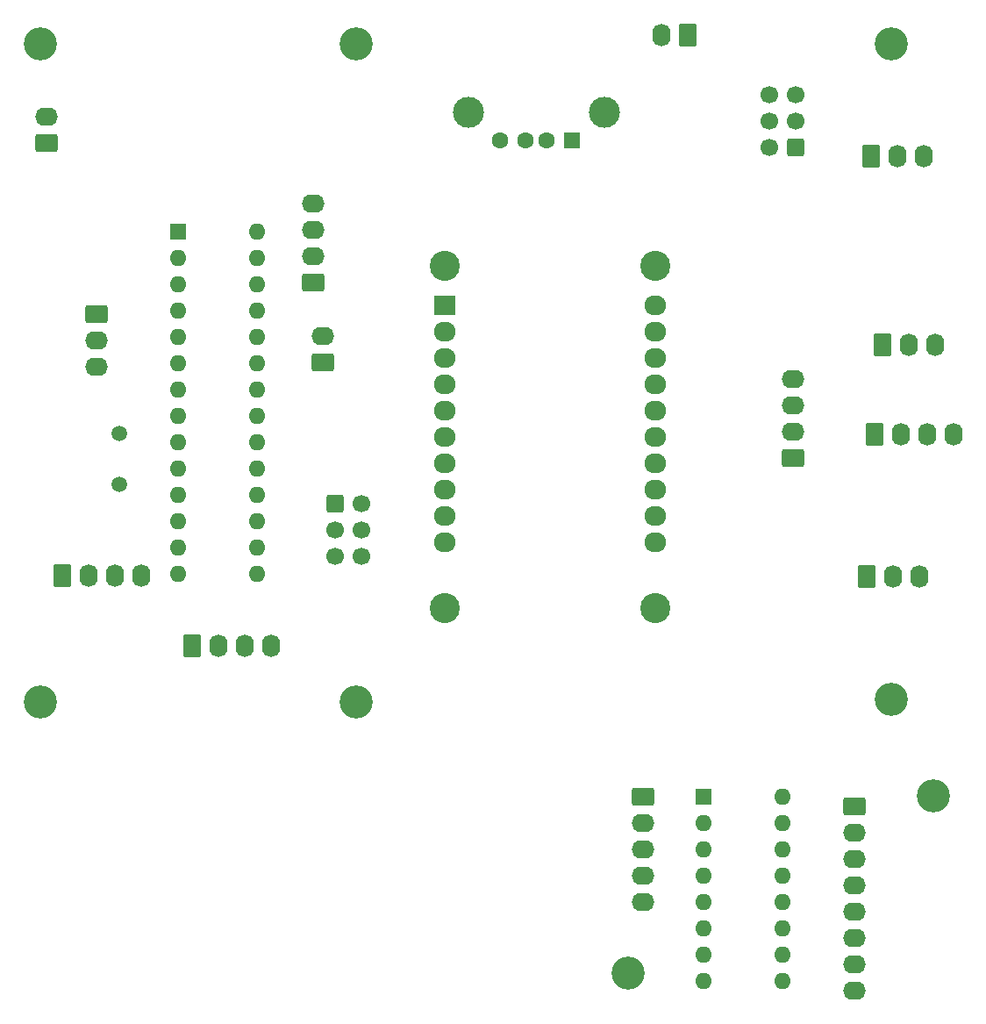
<source format=gbs>
%TF.GenerationSoftware,KiCad,Pcbnew,(6.0.1)*%
%TF.CreationDate,2022-03-10T19:24:07-06:00*%
%TF.ProjectId,arliang2_good2go,61726c69-616e-4673-925f-676f6f643267,rev?*%
%TF.SameCoordinates,Original*%
%TF.FileFunction,Soldermask,Bot*%
%TF.FilePolarity,Negative*%
%FSLAX46Y46*%
G04 Gerber Fmt 4.6, Leading zero omitted, Abs format (unit mm)*
G04 Created by KiCad (PCBNEW (6.0.1)) date 2022-03-10 19:24:07*
%MOMM*%
%LPD*%
G01*
G04 APERTURE LIST*
G04 Aperture macros list*
%AMRoundRect*
0 Rectangle with rounded corners*
0 $1 Rounding radius*
0 $2 $3 $4 $5 $6 $7 $8 $9 X,Y pos of 4 corners*
0 Add a 4 corners polygon primitive as box body*
4,1,4,$2,$3,$4,$5,$6,$7,$8,$9,$2,$3,0*
0 Add four circle primitives for the rounded corners*
1,1,$1+$1,$2,$3*
1,1,$1+$1,$4,$5*
1,1,$1+$1,$6,$7*
1,1,$1+$1,$8,$9*
0 Add four rect primitives between the rounded corners*
20,1,$1+$1,$2,$3,$4,$5,0*
20,1,$1+$1,$4,$5,$6,$7,0*
20,1,$1+$1,$6,$7,$8,$9,0*
20,1,$1+$1,$8,$9,$2,$3,0*%
G04 Aperture macros list end*
%ADD10RoundRect,0.250000X-0.620000X-0.845000X0.620000X-0.845000X0.620000X0.845000X-0.620000X0.845000X0*%
%ADD11O,1.740000X2.190000*%
%ADD12C,1.500000*%
%ADD13C,3.200000*%
%ADD14C,2.900000*%
%ADD15R,2.100000X1.900000*%
%ADD16O,2.100000X1.900000*%
%ADD17R,1.600000X1.600000*%
%ADD18O,1.600000X1.600000*%
%ADD19RoundRect,0.250000X0.620000X0.845000X-0.620000X0.845000X-0.620000X-0.845000X0.620000X-0.845000X0*%
%ADD20RoundRect,0.250000X0.600000X0.600000X-0.600000X0.600000X-0.600000X-0.600000X0.600000X-0.600000X0*%
%ADD21C,1.700000*%
%ADD22RoundRect,0.250000X0.845000X-0.620000X0.845000X0.620000X-0.845000X0.620000X-0.845000X-0.620000X0*%
%ADD23O,2.190000X1.740000*%
%ADD24C,1.600000*%
%ADD25C,3.000000*%
%ADD26RoundRect,0.250000X-0.600000X-0.600000X0.600000X-0.600000X0.600000X0.600000X-0.600000X0.600000X0*%
%ADD27RoundRect,0.250000X-0.845000X0.620000X-0.845000X-0.620000X0.845000X-0.620000X0.845000X0.620000X0*%
G04 APERTURE END LIST*
D10*
%TO.C,J12*%
X181930511Y-99871489D03*
D11*
X184470511Y-99871489D03*
X187010511Y-99871489D03*
%TD*%
D12*
%TO.C,Y1*%
X109728000Y-86106000D03*
X109728000Y-90986000D03*
%TD*%
D13*
%TO.C,H2*%
X102108000Y-112014000D03*
%TD*%
%TO.C,H9*%
X188341000Y-121031000D03*
%TD*%
D14*
%TO.C,A1*%
X161483511Y-102894489D03*
X141163511Y-102894489D03*
X141163511Y-69874489D03*
X161483511Y-69874489D03*
D15*
X141163511Y-73684489D03*
D16*
X141163511Y-76224489D03*
X141163511Y-78764489D03*
X141163511Y-81304489D03*
X141163511Y-83844489D03*
X141163511Y-86384489D03*
X141163511Y-88924489D03*
X141163511Y-91464489D03*
X141163511Y-94004489D03*
X141163511Y-96544489D03*
X161483511Y-96544489D03*
X161483511Y-94004489D03*
X161483511Y-91464489D03*
X161483511Y-88924489D03*
X161483511Y-86384489D03*
X161483511Y-83844489D03*
X161483511Y-81304489D03*
X161483511Y-78764489D03*
X161483511Y-76224489D03*
X161483511Y-73684489D03*
%TD*%
D17*
%TO.C,U1*%
X115417511Y-66558000D03*
D18*
X115417511Y-69098000D03*
X115417511Y-71638000D03*
X115417511Y-74178000D03*
X115417511Y-76718000D03*
X115417511Y-79258000D03*
X115417511Y-81798000D03*
X115417511Y-84338000D03*
X115417511Y-86878000D03*
X115417511Y-89418000D03*
X115417511Y-91958000D03*
X115417511Y-94498000D03*
X115417511Y-97038000D03*
X115417511Y-99578000D03*
X123037511Y-99578000D03*
X123037511Y-97038000D03*
X123037511Y-94498000D03*
X123037511Y-91958000D03*
X123037511Y-89418000D03*
X123037511Y-86878000D03*
X123037511Y-84338000D03*
X123037511Y-81798000D03*
X123037511Y-79258000D03*
X123037511Y-76718000D03*
X123037511Y-74178000D03*
X123037511Y-71638000D03*
X123037511Y-69098000D03*
X123037511Y-66558000D03*
%TD*%
D19*
%TO.C,J8*%
X164658511Y-47649489D03*
D11*
X162118511Y-47649489D03*
%TD*%
D10*
%TO.C,J2*%
X104231511Y-99822000D03*
D11*
X106771511Y-99822000D03*
X109311511Y-99822000D03*
X111851511Y-99822000D03*
%TD*%
D20*
%TO.C,J15*%
X175072511Y-58444489D03*
D21*
X172532511Y-58444489D03*
X175072511Y-55904489D03*
X172532511Y-55904489D03*
X175072511Y-53364489D03*
X172532511Y-53364489D03*
%TD*%
D13*
%TO.C,H10*%
X158893000Y-138176000D03*
%TD*%
D22*
%TO.C,J3*%
X128488511Y-71501000D03*
D23*
X128488511Y-68961000D03*
X128488511Y-66421000D03*
X128488511Y-63881000D03*
%TD*%
D13*
%TO.C,H1*%
X102108000Y-48514000D03*
%TD*%
%TO.C,H5*%
X132588000Y-48514000D03*
%TD*%
%TO.C,H3*%
X132588000Y-112014000D03*
%TD*%
D17*
%TO.C,J9*%
X153482511Y-57809489D03*
D24*
X150982511Y-57809489D03*
X148982511Y-57809489D03*
X146482511Y-57809489D03*
D25*
X143412511Y-55099489D03*
X156552511Y-55099489D03*
%TD*%
D10*
%TO.C,J13*%
X182692511Y-86130489D03*
D11*
X185232511Y-86130489D03*
X187772511Y-86130489D03*
X190312511Y-86130489D03*
%TD*%
D10*
%TO.C,J1*%
X116804511Y-106553000D03*
D11*
X119344511Y-106553000D03*
X121884511Y-106553000D03*
X124424511Y-106553000D03*
%TD*%
D26*
%TO.C,J4*%
X130565500Y-92832000D03*
D21*
X133105500Y-92832000D03*
X130565500Y-95372000D03*
X133105500Y-95372000D03*
X130565500Y-97912000D03*
X133105500Y-97912000D03*
%TD*%
D13*
%TO.C,H7*%
X184277000Y-111760000D03*
%TD*%
D10*
%TO.C,J10*%
X182311511Y-59333489D03*
D11*
X184851511Y-59333489D03*
X187391511Y-59333489D03*
%TD*%
D17*
%TO.C,U7*%
X166132000Y-121158000D03*
D18*
X166132000Y-123698000D03*
X166132000Y-126238000D03*
X166132000Y-128778000D03*
X166132000Y-131318000D03*
X166132000Y-133858000D03*
X166132000Y-136398000D03*
X166132000Y-138938000D03*
X173752000Y-138938000D03*
X173752000Y-136398000D03*
X173752000Y-133858000D03*
X173752000Y-131318000D03*
X173752000Y-128778000D03*
X173752000Y-126238000D03*
X173752000Y-123698000D03*
X173752000Y-121158000D03*
%TD*%
D22*
%TO.C,J14*%
X174818511Y-88416489D03*
D23*
X174818511Y-85876489D03*
X174818511Y-83336489D03*
X174818511Y-80796489D03*
%TD*%
D10*
%TO.C,J11*%
X183454511Y-77494489D03*
D11*
X185994511Y-77494489D03*
X188534511Y-77494489D03*
%TD*%
D22*
%TO.C,J7*%
X129413000Y-79248000D03*
D23*
X129413000Y-76708000D03*
%TD*%
D27*
%TO.C,J6*%
X107533511Y-74549000D03*
D23*
X107533511Y-77089000D03*
X107533511Y-79629000D03*
%TD*%
D22*
%TO.C,J5*%
X102707511Y-58039000D03*
D23*
X102707511Y-55499000D03*
%TD*%
D13*
%TO.C,H6*%
X184277000Y-48514000D03*
%TD*%
D27*
%TO.C,J16*%
X180737000Y-122047000D03*
D23*
X180737000Y-124587000D03*
X180737000Y-127127000D03*
X180737000Y-129667000D03*
X180737000Y-132207000D03*
X180737000Y-134747000D03*
X180737000Y-137287000D03*
X180737000Y-139827000D03*
%TD*%
D27*
%TO.C,J17*%
X160290000Y-121158000D03*
D23*
X160290000Y-123698000D03*
X160290000Y-126238000D03*
X160290000Y-128778000D03*
X160290000Y-131318000D03*
%TD*%
M02*

</source>
